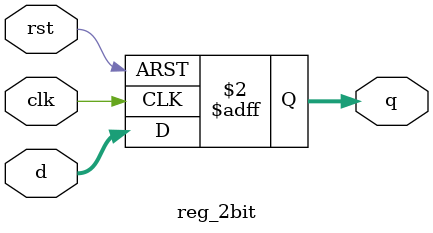
<source format=v>
module reg_2bit (
    input  wire       clk,
    input  wire       rst,   // active high synchronous reset
    input  wire [1:0] d,       // 2-bit input
    output reg  [1:0] q        // 2-bit output
);

always @(posedge clk or posedge rst) begin
    if (rst)
        q <= 2'b00;      // reset value
    else
        q <= d;          // store new value
end

endmodule

</source>
